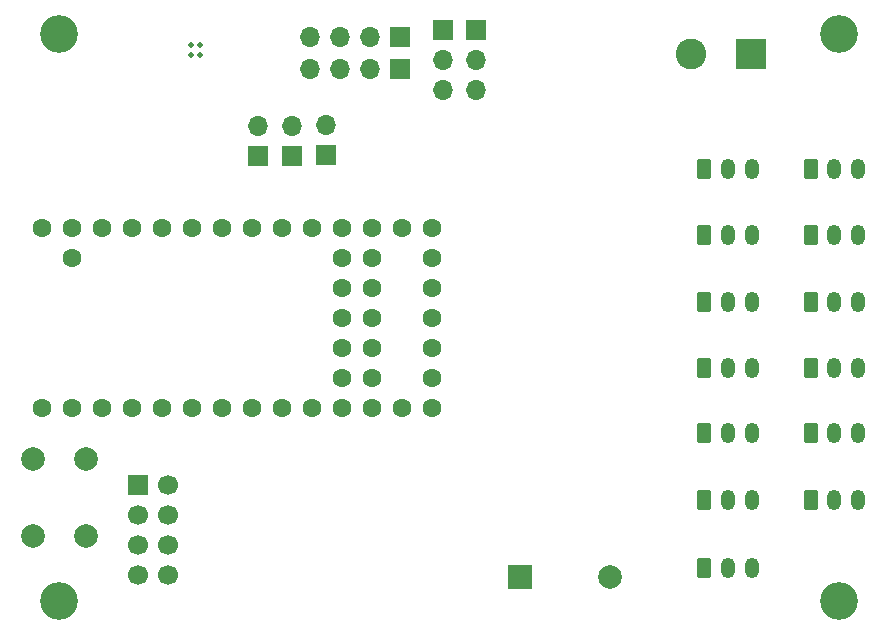
<source format=gbr>
%TF.GenerationSoftware,KiCad,Pcbnew,8.0.7*%
%TF.CreationDate,2025-01-15T19:07:21+07:00*%
%TF.ProjectId,Teensy4.0,5465656e-7379-4342-9e30-2e6b69636164,rev?*%
%TF.SameCoordinates,Original*%
%TF.FileFunction,Soldermask,Bot*%
%TF.FilePolarity,Negative*%
%FSLAX46Y46*%
G04 Gerber Fmt 4.6, Leading zero omitted, Abs format (unit mm)*
G04 Created by KiCad (PCBNEW 8.0.7) date 2025-01-15 19:07:21*
%MOMM*%
%LPD*%
G01*
G04 APERTURE LIST*
G04 Aperture macros list*
%AMRoundRect*
0 Rectangle with rounded corners*
0 $1 Rounding radius*
0 $2 $3 $4 $5 $6 $7 $8 $9 X,Y pos of 4 corners*
0 Add a 4 corners polygon primitive as box body*
4,1,4,$2,$3,$4,$5,$6,$7,$8,$9,$2,$3,0*
0 Add four circle primitives for the rounded corners*
1,1,$1+$1,$2,$3*
1,1,$1+$1,$4,$5*
1,1,$1+$1,$6,$7*
1,1,$1+$1,$8,$9*
0 Add four rect primitives between the rounded corners*
20,1,$1+$1,$2,$3,$4,$5,0*
20,1,$1+$1,$4,$5,$6,$7,0*
20,1,$1+$1,$6,$7,$8,$9,0*
20,1,$1+$1,$8,$9,$2,$3,0*%
G04 Aperture macros list end*
%ADD10C,0.508000*%
%ADD11RoundRect,0.250000X-0.350000X-0.625000X0.350000X-0.625000X0.350000X0.625000X-0.350000X0.625000X0*%
%ADD12O,1.200000X1.750000*%
%ADD13R,2.000000X2.000000*%
%ADD14C,2.000000*%
%ADD15C,3.200000*%
%ADD16R,1.700000X1.700000*%
%ADD17O,1.700000X1.700000*%
%ADD18C,1.700000*%
%ADD19R,2.600000X2.600000*%
%ADD20C,2.600000*%
%ADD21C,1.600000*%
G04 APERTURE END LIST*
D10*
%TO.C,U4*%
X120130081Y-75743701D03*
X120130081Y-74956301D03*
X120917481Y-75743701D03*
X120917481Y-74956301D03*
%TD*%
D11*
%TO.C,servo1*%
X172600000Y-102250000D03*
D12*
X174600000Y-102250000D03*
X176600000Y-102250000D03*
%TD*%
D13*
%TO.C,BZ1*%
X148000000Y-120000000D03*
D14*
X155600000Y-120000000D03*
%TD*%
D15*
%TO.C,H2*%
X175000000Y-74000000D03*
%TD*%
D16*
%TO.C,J1*%
X137790000Y-74250000D03*
D17*
X135250000Y-74250000D03*
X132710000Y-74250000D03*
X130170000Y-74250000D03*
%TD*%
D15*
%TO.C,H1*%
X109000000Y-74000000D03*
%TD*%
D11*
%TO.C,servo13*%
X172600000Y-96650000D03*
D12*
X174600000Y-96650000D03*
X176600000Y-96650000D03*
%TD*%
D16*
%TO.C,U2*%
X115610500Y-112175000D03*
D18*
X118150500Y-112175000D03*
X115610500Y-114715000D03*
X118150500Y-114715000D03*
X115610500Y-117255000D03*
X118150500Y-117255000D03*
X115610500Y-119795000D03*
X118150500Y-119795000D03*
%TD*%
D11*
%TO.C,servo11*%
X172600000Y-85400000D03*
D12*
X174600000Y-85400000D03*
X176600000Y-85400000D03*
%TD*%
D11*
%TO.C,servo5*%
X163600000Y-107800000D03*
D12*
X165600000Y-107800000D03*
X167600000Y-107800000D03*
%TD*%
D11*
%TO.C,servo4*%
X163600000Y-119250000D03*
D12*
X165600000Y-119250000D03*
X167600000Y-119250000D03*
%TD*%
D16*
%TO.C,5V*%
X144250000Y-73630000D03*
D17*
X144250000Y-76170000D03*
X144250000Y-78710000D03*
%TD*%
D11*
%TO.C,servo2*%
X163600000Y-113450000D03*
D12*
X165600000Y-113450000D03*
X167600000Y-113450000D03*
%TD*%
D16*
%TO.C,S4*%
X125800000Y-84300000D03*
D17*
X125800000Y-81760000D03*
%TD*%
D19*
%TO.C,Main-Power1*%
X167545000Y-75695000D03*
D20*
X162465000Y-75695000D03*
%TD*%
D11*
%TO.C,servo10*%
X163600000Y-102250000D03*
D12*
X165600000Y-102250000D03*
X167600000Y-102250000D03*
%TD*%
D16*
%TO.C,S2*%
X131600000Y-84275000D03*
D17*
X131600000Y-81735000D03*
%TD*%
D21*
%TO.C,U1*%
X107490000Y-105620000D03*
X110030000Y-105620000D03*
X112570000Y-105620000D03*
X115110000Y-105620000D03*
X117650000Y-105620000D03*
X120190000Y-105620000D03*
X122730000Y-105620000D03*
X125270000Y-105620000D03*
X127810000Y-105620000D03*
X130350000Y-105620000D03*
X132890000Y-105620000D03*
X135430000Y-105620000D03*
X137970000Y-105620000D03*
X140510000Y-105620000D03*
X140510000Y-103080000D03*
X140510000Y-100540000D03*
X140510000Y-98000000D03*
X140510000Y-95460000D03*
X140510000Y-92920000D03*
X140510000Y-90380000D03*
X137970000Y-90380000D03*
X135430000Y-90380000D03*
X132890000Y-90380000D03*
X130350000Y-90380000D03*
X127810000Y-90380000D03*
X125270000Y-90380000D03*
X122730000Y-90380000D03*
X120190000Y-90380000D03*
X117650000Y-90380000D03*
X115110000Y-90380000D03*
X112570000Y-90380000D03*
X110030000Y-90380000D03*
X107490000Y-90380000D03*
X110030000Y-92920000D03*
X135430000Y-92920000D03*
X132890000Y-92920000D03*
X135430000Y-95460000D03*
X132890000Y-95460000D03*
X135430000Y-98000000D03*
X132890000Y-98000000D03*
X135430000Y-100540000D03*
X132890000Y-100540000D03*
X135430000Y-103080000D03*
X132890000Y-103080000D03*
%TD*%
D15*
%TO.C,H4*%
X175000000Y-122000000D03*
%TD*%
D11*
%TO.C,servo3*%
X163600000Y-96650000D03*
D12*
X165600000Y-96650000D03*
X167600000Y-96650000D03*
%TD*%
D11*
%TO.C,servo9*%
X172600000Y-91000000D03*
D12*
X174600000Y-91000000D03*
X176600000Y-91000000D03*
%TD*%
D15*
%TO.C,H3*%
X109000000Y-122000000D03*
%TD*%
D14*
%TO.C,button1*%
X106750000Y-116500000D03*
X106750000Y-110000000D03*
X111250000Y-116500000D03*
X111250000Y-110000000D03*
%TD*%
D16*
%TO.C,J2*%
X137790000Y-77000000D03*
D17*
X135250000Y-77000000D03*
X132710000Y-77000000D03*
X130170000Y-77000000D03*
%TD*%
D16*
%TO.C,S3*%
X128700000Y-84300000D03*
D17*
X128700000Y-81760000D03*
%TD*%
D11*
%TO.C,servo12*%
X163600000Y-91050000D03*
D12*
X165600000Y-91050000D03*
X167600000Y-91050000D03*
%TD*%
D11*
%TO.C,servo8*%
X172600000Y-113450000D03*
D12*
X174600000Y-113450000D03*
X176600000Y-113450000D03*
%TD*%
D11*
%TO.C,servo6*%
X163600000Y-85400000D03*
D12*
X165600000Y-85400000D03*
X167600000Y-85400000D03*
%TD*%
D11*
%TO.C,servo7*%
X172600000Y-107800000D03*
D12*
X174600000Y-107800000D03*
X176600000Y-107800000D03*
%TD*%
D16*
%TO.C,GND*%
X141500000Y-73670000D03*
D17*
X141500000Y-76210000D03*
X141500000Y-78750000D03*
%TD*%
M02*

</source>
